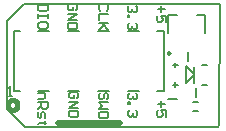
<source format=gto>
G04*
G04 #@! TF.GenerationSoftware,Altium Limited,Altium Designer,20.0.10 (225)*
G04*
G04 Layer_Color=65535*
%FSLAX25Y25*%
%MOIN*%
G70*
G01*
G75*
%ADD10C,0.01575*%
%ADD11C,0.00984*%
%ADD12C,0.00787*%
%ADD13C,0.00800*%
%ADD14C,0.01968*%
%ADD15C,0.00669*%
D10*
X3985Y7579D02*
X3675Y8533D01*
X2864Y9123D01*
X1860D01*
X1049Y8533D01*
X739Y7579D01*
X1049Y6625D01*
X1860Y6035D01*
X2864D01*
X3675Y6625D01*
X3985Y7579D01*
D11*
X54823Y24902D02*
X54084Y25328D01*
Y24475D01*
X54823Y24902D01*
D12*
X6102Y41339D02*
X71287Y41339D01*
X394Y35630D02*
X6102Y41339D01*
X6402Y390D02*
X70763D01*
X394Y6398D02*
Y35630D01*
Y6398D02*
X6402Y390D01*
X70763D02*
X71291Y917D01*
X71287Y41339D02*
X71391Y41235D01*
X71291Y917D02*
X71391Y41235D01*
X2657Y12342D02*
X4724D01*
X2657D02*
Y32342D01*
X52657Y12342D02*
Y32342D01*
X10728Y12342D02*
X14626D01*
X20728D02*
X24626D01*
X30728D02*
X34626D01*
X40728D02*
X44626D01*
X10728Y32342D02*
X14626D01*
X20728D02*
X24626D01*
X30728D02*
X34626D01*
X40728D02*
X44626D01*
X2657D02*
X4724D01*
X50590D02*
X52657D01*
X50590Y12342D02*
X52657D01*
X60827Y22343D02*
Y25295D01*
X56594Y20276D02*
Y21752D01*
X62716Y17677D02*
Y17874D01*
X60039Y15000D02*
Y20433D01*
Y15000D02*
X62716Y17677D01*
X55708Y14331D02*
X57520D01*
X65354D02*
X67126D01*
X65354Y21063D02*
X67126D01*
X60039Y20551D02*
X62716Y17874D01*
X56594Y13484D02*
Y15157D01*
X62756Y15000D02*
Y20433D01*
X55708Y21063D02*
X57520D01*
X66437Y31772D02*
Y37579D01*
X54232Y31772D02*
Y37579D01*
X57086D01*
X63779D02*
X66437D01*
X54232Y9646D02*
X57185D01*
X63386Y10335D02*
Y13287D01*
D13*
X62500Y8563D02*
X64075Y8563D01*
X62496Y5627D02*
X64070Y5627D01*
D14*
X17421Y1575D02*
X37992D01*
D15*
X1083Y10728D02*
X2158D01*
X1621D01*
Y13956D01*
X1083Y13418D01*
X51948Y40571D02*
Y38472D01*
X52998Y39521D02*
X50899D01*
X53523Y35323D02*
Y37422D01*
X51948D01*
X52473Y36373D01*
Y35848D01*
X51948Y35323D01*
X50899D01*
X50374Y35848D01*
Y36898D01*
X50899Y37422D01*
X43352Y40669D02*
X43877Y40145D01*
Y39095D01*
X43352Y38570D01*
X42827D01*
X42303Y39095D01*
Y39620D01*
Y39095D01*
X41778Y38570D01*
X41253D01*
X40728Y39095D01*
Y40145D01*
X41253Y40669D01*
X40728Y37521D02*
X41253D01*
Y36996D01*
X40728D01*
Y37521D01*
X43352Y34897D02*
X43877Y34372D01*
Y33323D01*
X43352Y32798D01*
X42827D01*
X42303Y33323D01*
Y33847D01*
Y33323D01*
X41778Y32798D01*
X41253D01*
X40728Y33323D01*
Y34372D01*
X41253Y34897D01*
X23372Y39161D02*
X23897Y39686D01*
Y40735D01*
X23372Y41260D01*
X21273D01*
X20748Y40735D01*
Y39686D01*
X21273Y39161D01*
X22322D01*
Y40210D01*
X20748Y38111D02*
X23897D01*
X20748Y36012D01*
X23897D01*
Y34963D02*
X20748D01*
Y33388D01*
X21273Y32864D01*
X23372D01*
X23897Y33388D01*
Y34963D01*
X14054Y40965D02*
X10905D01*
Y39390D01*
X11430Y38866D01*
X13529D01*
X14054Y39390D01*
Y40965D01*
Y37816D02*
Y36766D01*
Y37291D01*
X10905D01*
Y37816D01*
Y36766D01*
X14054Y33618D02*
Y34667D01*
X13529Y35192D01*
X11430D01*
X10905Y34667D01*
Y33618D01*
X11430Y33093D01*
X13529D01*
X14054Y33618D01*
X33707Y39062D02*
X34231Y39587D01*
Y40637D01*
X33707Y41161D01*
X31607D01*
X31083Y40637D01*
Y39587D01*
X31607Y39062D01*
X34231Y38013D02*
X31083D01*
Y35914D01*
X34231Y34864D02*
X31083D01*
X32132D01*
X34231Y32765D01*
X32657Y34339D01*
X31083Y32765D01*
X51948Y8976D02*
Y6877D01*
X52998Y7927D02*
X50899D01*
X53523Y3729D02*
Y5828D01*
X51948D01*
X52473Y4778D01*
Y4253D01*
X51948Y3729D01*
X50899D01*
X50374Y4253D01*
Y5303D01*
X50899Y5828D01*
X43431Y11634D02*
X43955Y11109D01*
Y10060D01*
X43431Y9535D01*
X42906D01*
X42381Y10060D01*
Y10584D01*
Y10060D01*
X41856Y9535D01*
X41332D01*
X40807Y10060D01*
Y11109D01*
X41332Y11634D01*
X40807Y8485D02*
X41332D01*
Y7960D01*
X40807D01*
Y8485D01*
X43431Y5861D02*
X43955Y5337D01*
Y4287D01*
X43431Y3762D01*
X42906D01*
X42381Y4287D01*
Y4812D01*
Y4287D01*
X41856Y3762D01*
X41332D01*
X40807Y4287D01*
Y5337D01*
X41332Y5861D01*
X23765Y9830D02*
X24290Y10355D01*
Y11404D01*
X23765Y11929D01*
X21666D01*
X21142Y11404D01*
Y10355D01*
X21666Y9830D01*
X22716D01*
Y10880D01*
X21142Y8781D02*
X24290D01*
X21142Y6681D01*
X24290D01*
Y5632D02*
X21142D01*
Y4058D01*
X21666Y3533D01*
X23765D01*
X24290Y4058D01*
Y5632D01*
X33707Y9535D02*
X34231Y10060D01*
Y11109D01*
X33707Y11634D01*
X33182D01*
X32657Y11109D01*
Y10060D01*
X32132Y9535D01*
X31607D01*
X31083Y10060D01*
Y11109D01*
X31607Y11634D01*
X34231Y8485D02*
X31083D01*
X32132Y7436D01*
X31083Y6386D01*
X34231D01*
Y3762D02*
Y4812D01*
X33707Y5337D01*
X31607D01*
X31083Y4812D01*
Y3762D01*
X31607Y3238D01*
X33707D01*
X34231Y3762D01*
X10905Y11634D02*
X13004D01*
Y10060D01*
X12480Y9535D01*
X10905D01*
Y8485D02*
X14054D01*
Y6911D01*
X13529Y6386D01*
X12480D01*
X11955Y6911D01*
Y8485D01*
Y7436D02*
X10905Y6386D01*
Y5337D02*
Y3762D01*
X11430Y3238D01*
X11955Y3762D01*
Y4812D01*
X12480Y5337D01*
X13004Y4812D01*
Y3238D01*
X13529Y1663D02*
X13004D01*
Y2188D01*
Y1139D01*
Y1663D01*
X11430D01*
X10905Y1139D01*
M02*

</source>
